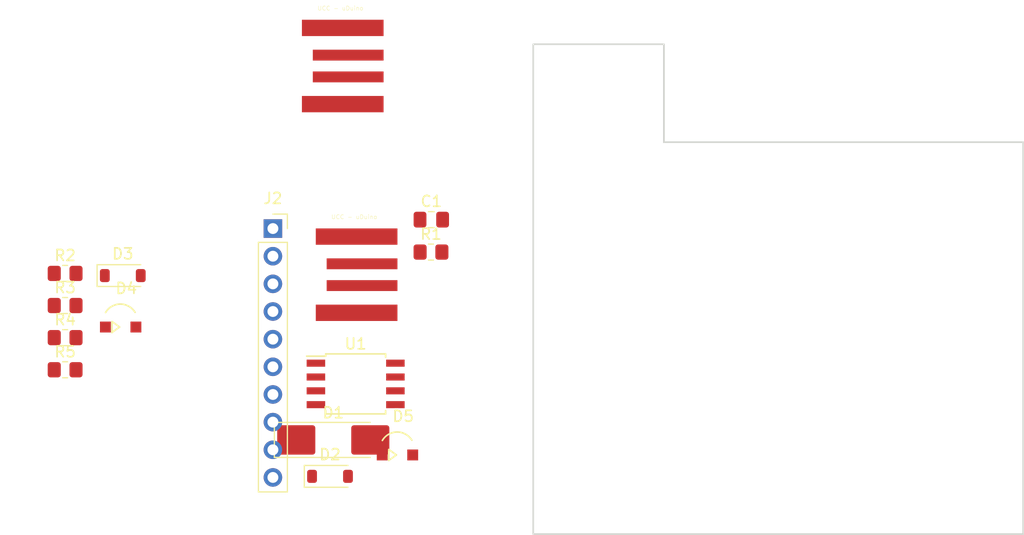
<source format=kicad_pcb>
(kicad_pcb (version 20240108) (generator "pcbnew") (generator_version "8.0")
  (layers (0 "F.Cu" signal) (31 "B.Cu" signal) (34 "B.Paste" user) (35 "F.Paste" user) (36 "B.SilkS" user "B.Silkscreen") (37 "F.SilkS" user "F.Silkscreen") (38 "B.Mask" user) (39 "F.Mask" user) (44 "Edge.Cuts" user))
  (net 0 "")
  (net 1 "GND")
  (net 2 "Net-(D1-A)")
  (net 3 "+5V")
  (net 4 "Net-(D2-K)")
  (net 5 "Net-(D3-K)")
  (net 6 "Net-(D4-K)")
  (net 7 "Net-(D4-A)")
  (net 12 "Net-(D5-K)")
  (net 13 "Net-(J2-Pin_6)")
  (net 15 "Net-(J2-Pin_8)")
  (net 16 "Net-(J2-Pin_9)")
  (net 17 "Net-(J2-Pin_4)")
  (net 19 "Net-(J2-Pin_7)")
  (footprint "embeddedPcbUsb:USB_A_UCC" (layer "F.Cu") (at 130.7 53)
    (property "Reference" "J1" (hide yes))
    (property "Value" "USB_A" (hide yes))
    (fp_text user "UCC - uDuino" (at -2.54 -5.08 0) (layer "F.SilkS") (effects (font (size 0.38608 0.38608) (thickness 0.032512)) (justify left bottom)))
    (pad "1" smd rect (at -0.2 3.5) (size 7.5 1.5) (layers "F.Cu" "F.Paste" "F.Mask") (net 2 "Net-(D1-A)"))
    (pad "2" smd rect (at 0.3 1) (size 6.5 1) (layers "F.Cu" "F.Paste" "F.Mask") (net 4 "Net-(D2-K)"))
    (pad "3" smd rect (at 0.3 -1) (size 6.5 1) (layers "F.Cu" "F.Paste" "F.Mask") (net 5 "Net-(D3-K)"))
    (pad "4" smd rect (at -0.2 -3.5) (size 7.5 1.5) (layers "F.Cu" "F.Paste" "F.Mask") (net 1 "GND"))
  )
  (footprint "Package_SO:SOIC-8W_5.3x5.3mm_P1.27mm" (layer "F.Cu") (at 131.685 82.2)
    (property "Reference" "U1" (at 0 -3.68 0) (layer "F.SilkS"))
    (property "Value" "ATtiny85-20SU")
    (fp_line (start -2.75 -2.755) (end -2.75 -2.55) (stroke (width 0.15)) (layer "F.SilkS"))
    (fp_line (start -2.75 -2.755) (end 2.75 -2.755) (stroke (width 0.15)) (layer "F.SilkS"))
    (fp_line (start -2.75 -2.55) (end -4.5 -2.55) (stroke (width 0.15)) (layer "F.SilkS"))
    (fp_line (start -2.75 2.755) (end -2.75 2.455) (stroke (width 0.15)) (layer "F.SilkS"))
    (fp_line (start -2.75 2.755) (end 2.75 2.755) (stroke (width 0.15)) (layer "F.SilkS"))
    (fp_line (start 2.75 -2.755) (end 2.75 -2.455) (stroke (width 0.15)) (layer "F.SilkS"))
    (fp_line (start 2.75 2.755) (end 2.75 2.455) (stroke (width 0.15)) (layer "F.SilkS"))
    (pad "1" smd rect (at -3.65 -1.905) (size 1.7 0.65) (layers "F.Cu" "F.Paste" "F.Mask") (net 16 "Net-(J2-Pin_9)"))
    (pad "2" smd rect (at -3.65 -0.635) (size 1.7 0.65) (layers "F.Cu" "F.Paste" "F.Mask") (net 19 "Net-(J2-Pin_7)"))
    (pad "3" smd rect (at -3.65 0.635) (size 1.7 0.65) (layers "F.Cu" "F.Paste" "F.Mask") (net 15 "Net-(J2-Pin_8)"))
    (pad "4" smd rect (at -3.65 1.905) (size 1.7 0.65) (layers "F.Cu" "F.Paste" "F.Mask") (net 1 "GND"))
    (pad "5" smd rect (at 3.65 1.905) (size 1.7 0.65) (layers "F.Cu" "F.Paste" "F.Mask") (net 17 "Net-(J2-Pin_4)"))
    (pad "6" smd rect (at 3.65 0.635) (size 1.7 0.65) (layers "F.Cu" "F.Paste" "F.Mask") (net 7 "Net-(D4-A)"))
    (pad "7" smd rect (at 3.65 -0.635) (size 1.7 0.65) (layers "F.Cu" "F.Paste" "F.Mask") (net 13 "Net-(J2-Pin_6)"))
    (pad "8" smd rect (at 3.65 -1.905) (size 1.7 0.65) (layers "F.Cu" "F.Paste" "F.Mask") (net 3 "+5V"))
  )
  (footprint "Resistor_SMD:R_0805_2012Metric_Pad1.20x1.40mm_HandSolder" (layer "F.Cu") (at 105 80.9)
    (property "Reference" "R5" (at 0 -1.65 0) (layer "F.SilkS"))
    (property "Value" "330Ω 5% 1/8W")
    (fp_line (start -0.227064 -0.735) (end 0.227064 -0.735) (stroke (width 0.12)) (layer "F.SilkS"))
    (fp_line (start -0.227064 0.735) (end 0.227064 0.735) (stroke (width 0.12)) (layer "F.SilkS"))
    (pad "1" smd roundrect (at -1 0) (size 1.2 1.4) (layers "F.Cu" "F.Paste" "F.Mask") (roundrect_rratio 0.208333) (net 1 "GND"))
    (pad "2" smd roundrect (at 1 0) (size 1.2 1.4) (layers "F.Cu" "F.Paste" "F.Mask") (roundrect_rratio 0.208333) (net 12 "Net-(D5-K)"))
  )
  (footprint "ledSmd:ledSMD" (layer "F.Cu") (at 135.925 88.725)
    (property "Reference" "D5" (at 0.125 -3.55 0) (layer "F.SilkS"))
    (property "Value" "LED")
    (fp_line (start -1.2 0.5) (end -1.2 -0.5) (stroke (width 0.15)) (layer "F.SilkS"))
    (fp_line (start -1.15 -0.475) (end -0.5 0) (stroke (width 0.15)) (layer "F.SilkS"))
    (fp_line (start -0.5 0) (end -1.2 0.5) (stroke (width 0.15)) (layer "F.SilkS"))
    (fp_arc (start -1.786089 -1.331572) (mid -0.435753 -2.107089) (end 0.924999 -1.349999) (stroke (width 0.15)) (layer "F.SilkS"))
    (pad "1" smd rect (at -1.8 0) (size 1 1) (layers "F.Cu" "F.Paste" "F.Mask") (net 12 "Net-(D5-K)"))
    (pad "2" smd rect (at 1 0) (size 1 1) (layers "F.Cu" "F.Paste" "F.Mask") (net 3 "+5V"))
  )
  (footprint "embeddedPcbUsb:USB_A_UCC" (layer "F.Cu") (at 131.9735 72.1685)
    (property "Reference" "J2" (hide yes))
    (property "Value" "USB_A" (hide yes))
    (fp_text user "UCC - uDuino" (at -2.54 -5.08 0) (layer "F.SilkS") (effects (font (size 0.38608 0.38608) (thickness 0.032512)) (justify left bottom)))
    (pad "1" smd rect (at -0.2 3.5) (size 7.5 1.5) (layers "F.Cu" "F.Paste" "F.Mask"))
    (pad "2" smd rect (at 0.3 1) (size 6.5 1) (layers "F.Cu" "F.Paste" "F.Mask"))
    (pad "3" smd rect (at 0.3 -1) (size 6.5 1) (layers "F.Cu" "F.Paste" "F.Mask"))
    (pad "4" smd rect (at -0.2 -3.5) (size 7.5 1.5) (layers "F.Cu" "F.Paste" "F.Mask"))
  )
  (footprint "Capacitor_SMD:C_0805_2012Metric_Pad1.18x1.45mm_HandSolder" (layer "F.Cu") (at 138.635 67.11)
    (property "Reference" "C1" (at 0 -1.68 0) (layer "F.SilkS"))
    (property "Value" "0.1u")
    (fp_line (start -0.261252 -0.735) (end 0.261252 -0.735) (stroke (width 0.12)) (layer "F.SilkS"))
    (fp_line (start -0.261252 0.735) (end 0.261252 0.735) (stroke (width 0.12)) (layer "F.SilkS"))
    (pad "1" smd roundrect (at -1.0375 0) (size 1.175 1.45) (layers "F.Cu" "F.Paste" "F.Mask") (roundrect_rratio 0.212766) (net 3 "+5V"))
    (pad "2" smd roundrect (at 1.0375 0) (size 1.175 1.45) (layers "F.Cu" "F.Paste" "F.Mask") (roundrect_rratio 0.212766) (net 1 "GND"))
  )
  (footprint "Connector_PinSocket_2.54mm:PinSocket_1x10_P2.54mm_Vertical" (layer "F.Cu") (at 124.085 67.93)
    (property "Reference" "J2" (at 0 -2.77 0) (layer "F.SilkS"))
    (property "Value" "Conn_01x10_Socket")
    (fp_line (start -1.33 1.27) (end -1.33 24.19) (stroke (width 0.12)) (layer "F.SilkS"))
    (fp_line (start -1.33 1.27) (end 1.33 1.27) (stroke (width 0.12)) (layer "F.SilkS"))
    (fp_line (start -1.33 24.19) (end 1.33 24.19) (stroke (width 0.12)) (layer "F.SilkS"))
    (fp_line (start 0 -1.33) (end 1.33 -1.33) (stroke (width 0.12)) (layer "F.SilkS"))
    (fp_line (start 1.33 -1.33) (end 1.33 0) (stroke (width 0.12)) (layer "F.SilkS"))
    (fp_line (start 1.33 1.27) (end 1.33 24.19) (stroke (width 0.12)) (layer "F.SilkS"))
    (pad "1" thru_hole rect (at 0 0) (size 1.7 1.7) (drill 1) (layers "*.Cu" "*.Mask") (net 3 "+5V"))
    (pad "2" thru_hole oval (at 0 2.54) (size 1.7 1.7) (drill 1) (layers "*.Cu" "*.Mask") (net 1 "GND"))
    (pad "3" thru_hole oval (at 0 5.08) (size 1.7 1.7) (drill 1) (layers "*.Cu" "*.Mask"))
    (pad "4" thru_hole oval (at 0 7.62) (size 1.7 1.7) (drill 1) (layers "*.Cu" "*.Mask") (net 17 "Net-(J2-Pin_4)"))
    (pad "5" thru_hole oval (at 0 10.16) (size 1.7 1.7) (drill 1) (layers "*.Cu" "*.Mask") (net 7 "Net-(D4-A)"))
    (pad "6" thru_hole oval (at 0 12.7) (size 1.7 1.7) (drill 1) (layers "*.Cu" "*.Mask") (net 13 "Net-(J2-Pin_6)"))
    (pad "7" thru_hole oval (at 0 15.24) (size 1.7 1.7) (drill 1) (layers "*.Cu" "*.Mask") (net 19 "Net-(J2-Pin_7)"))
    (pad "8" thru_hole oval (at 0 17.78) (size 1.7 1.7) (drill 1) (layers "*.Cu" "*.Mask") (net 15 "Net-(J2-Pin_8)"))
    (pad "9" thru_hole oval (at 0 20.32) (size 1.7 1.7) (drill 1) (layers "*.Cu" "*.Mask") (net 16 "Net-(J2-Pin_9)"))
    (pad "10" thru_hole oval (at 0 22.86) (size 1.7 1.7) (drill 1) (layers "*.Cu" "*.Mask"))
  )
  (footprint "Resistor_SMD:R_0805_2012Metric_Pad1.20x1.40mm_HandSolder" (layer "F.Cu") (at 105 77.95)
    (property "Reference" "R4" (at 0 -1.65 0) (layer "F.SilkS"))
    (property "Value" "330Ω 5% 1/8W")
    (fp_line (start -0.227064 -0.735) (end 0.227064 -0.735) (stroke (width 0.12)) (layer "F.SilkS"))
    (fp_line (start -0.227064 0.735) (end 0.227064 0.735) (stroke (width 0.12)) (layer "F.SilkS"))
    (pad "1" smd roundrect (at -1 0) (size 1.2 1.4) (layers "F.Cu" "F.Paste" "F.Mask") (roundrect_rratio 0.208333) (net 6 "Net-(D4-K)"))
    (pad "2" smd roundrect (at 1 0) (size 1.2 1.4) (layers "F.Cu" "F.Paste" "F.Mask") (roundrect_rratio 0.208333) (net 1 "GND"))
  )
  (footprint "Diode_SMD:D_MELF_Handsoldering" (layer "F.Cu") (at 129.63 87.345)
    (property "Reference" "D1" (at 0 -2.5 0) (layer "F.SilkS"))
    (property "Value" "PMLL4148L")
    (fp_line (start -5.41 -1.61) (end -5.41 1.61) (stroke (width 0.12)) (layer "F.SilkS"))
    (fp_line (start -5.41 1.61) (end 3.4 1.61) (stroke (width 0.12)) (layer "F.SilkS"))
    (fp_line (start 3.4 -1.61) (end -5.41 -1.61) (stroke (width 0.12)) (layer "F.SilkS"))
    (pad "1" smd roundrect (at -3.4 0) (size 3.5 2.7) (layers "F.Cu" "F.Paste" "F.Mask") (roundrect_rratio 0.0925925926) (net 3 "+5V"))
    (pad "2" smd roundrect (at 3.4 0) (size 3.5 2.7) (layers "F.Cu" "F.Paste" "F.Mask") (roundrect_rratio 0.0925925926) (net 2 "Net-(D1-A)"))
  )
  (footprint "ledSmd:ledSMD" (layer "F.Cu") (at 110.5 76.975)
    (property "Reference" "D4" (at 0.125 -3.55 0) (layer "F.SilkS"))
    (property "Value" "LED Green")
    (fp_line (start -1.2 0.5) (end -1.2 -0.5) (stroke (width 0.15)) (layer "F.SilkS"))
    (fp_line (start -1.15 -0.475) (end -0.5 0) (stroke (width 0.15)) (layer "F.SilkS"))
    (fp_line (start -0.5 0) (end -1.2 0.5) (stroke (width 0.15)) (layer "F.SilkS"))
    (fp_arc (start -1.786089 -1.331572) (mid -0.435753 -2.107089) (end 0.924999 -1.349999) (stroke (width 0.15)) (layer "F.SilkS"))
    (pad "1" smd rect (at -1.8 0) (size 1 1) (layers "F.Cu" "F.Paste" "F.Mask") (net 6 "Net-(D4-K)"))
    (pad "2" smd rect (at 1 0) (size 1 1) (layers "F.Cu" "F.Paste" "F.Mask") (net 7 "Net-(D4-A)"))
  )
  (footprint "Resistor_SMD:R_0805_2012Metric_Pad1.20x1.40mm_HandSolder" (layer "F.Cu") (at 105 72.05)
    (property "Reference" "R2" (at 0 -1.65 0) (layer "F.SilkS"))
    (property "Value" "68Ω 5% 1/8W")
    (fp_line (start -0.227064 -0.735) (end 0.227064 -0.735) (stroke (width 0.12)) (layer "F.SilkS"))
    (fp_line (start -0.227064 0.735) (end 0.227064 0.735) (stroke (width 0.12)) (layer "F.SilkS"))
    (pad "1" smd roundrect (at -1 0) (size 1.2 1.4) (layers "F.Cu" "F.Paste" "F.Mask") (roundrect_rratio 0.208333) (net 4 "Net-(D2-K)"))
    (pad "2" smd roundrect (at 1 0) (size 1.2 1.4) (layers "F.Cu" "F.Paste" "F.Mask") (roundrect_rratio 0.208333) (net 19 "Net-(J2-Pin_7)"))
  )
  (footprint "Diode_SMD:D_SOD-123" (layer "F.Cu") (at 129.33 90.69)
    (property "Reference" "D2" (at 0 -2 0) (layer "F.SilkS"))
    (property "Value" "3.6V 1/2mV")
    (fp_line (start -2.36 -1) (end -2.36 1) (stroke (width 0.12)) (layer "F.SilkS"))
    (fp_line (start -2.36 -1) (end 1.65 -1) (stroke (width 0.12)) (layer "F.SilkS"))
    (fp_line (start -2.36 1) (end 1.65 1) (stroke (width 0.12)) (layer "F.SilkS"))
    (pad "1" smd roundrect (at -1.65 0) (size 0.9 1.2) (layers "F.Cu" "F.Paste" "F.Mask") (net 4 "Net-(D2-K)"))
    (pad "2" smd roundrect (at 1.65 0) (size 0.9 1.2) (layers "F.Cu" "F.Paste" "F.Mask") (net 1 "GND"))
  )
  (footprint "Resistor_SMD:R_0805_2012Metric_Pad1.20x1.40mm_HandSolder" (layer "F.Cu") (at 138.605 70.09)
    (property "Reference" "R1" (at 0 -1.65 0) (layer "F.SilkS"))
    (property "Value" "1.5KΩ 5% 1/8W")
    (fp_line (start -0.227064 -0.735) (end 0.227064 -0.735) (stroke (width 0.12)) (layer "F.SilkS"))
    (fp_line (start -0.227064 0.735) (end 0.227064 0.735) (stroke (width 0.12)) (layer "F.SilkS"))
    (pad "1" smd roundrect (at -1 0) (size 1.2 1.4) (layers "F.Cu" "F.Paste" "F.Mask") (roundrect_rratio 0.208333) (net 3 "+5V"))
    (pad "2" smd roundrect (at 1 0) (size 1.2 1.4) (layers "F.Cu" "F.Paste" "F.Mask") (roundrect_rratio 0.208333) (net 4 "Net-(D2-K)"))
  )
  (footprint "Diode_SMD:D_SOD-123" (layer "F.Cu") (at 110.295 72.25)
    (property "Reference" "D3" (at 0 -2 0) (layer "F.SilkS"))
    (property "Value" "3.6V 1/2mV")
    (fp_line (start -2.36 -1) (end -2.36 1) (stroke (width 0.12)) (layer "F.SilkS"))
    (fp_line (start -2.36 -1) (end 1.65 -1) (stroke (width 0.12)) (layer "F.SilkS"))
    (fp_line (start -2.36 1) (end 1.65 1) (stroke (width 0.12)) (layer "F.SilkS"))
    (pad "1" smd roundrect (at -1.65 0) (size 0.9 1.2) (layers "F.Cu" "F.Paste" "F.Mask") (net 5 "Net-(D3-K)"))
    (pad "2" smd roundrect (at 1.65 0) (size 0.9 1.2) (layers "F.Cu" "F.Paste" "F.Mask") (net 1 "GND"))
  )
  (footprint "Resistor_SMD:R_0805_2012Metric_Pad1.20x1.40mm_HandSolder" (layer "F.Cu") (at 105 75)
    (property "Reference" "R3" (at 0 -1.65 0) (layer "F.SilkS"))
    (property "Value" "68Ω 5% 1/8W")
    (fp_line (start -0.227064 -0.735) (end 0.227064 -0.735) (stroke (width 0.12)) (layer "F.SilkS"))
    (fp_line (start -0.227064 0.735) (end 0.227064 0.735) (stroke (width 0.12)) (layer "F.SilkS"))
    (pad "1" smd roundrect (at -1 0) (size 1.2 1.4) (layers "F.Cu" "F.Paste" "F.Mask") (roundrect_rratio 0.208333) (net 5 "Net-(D3-K)"))
    (pad "2" smd roundrect (at 1 0) (size 1.2 1.4) (layers "F.Cu" "F.Paste" "F.Mask") (roundrect_rratio 0.208333) (net 15 "Net-(J2-Pin_8)"))
  )
  (gr_poly (pts (xy 160 60) (xy 160 51) (xy 148 51) (xy 148 96) (xy 193 96) (xy 193 60)) (stroke (width 0.15)) (fill none) (layer "Edge.Cuts"))
)
</source>
